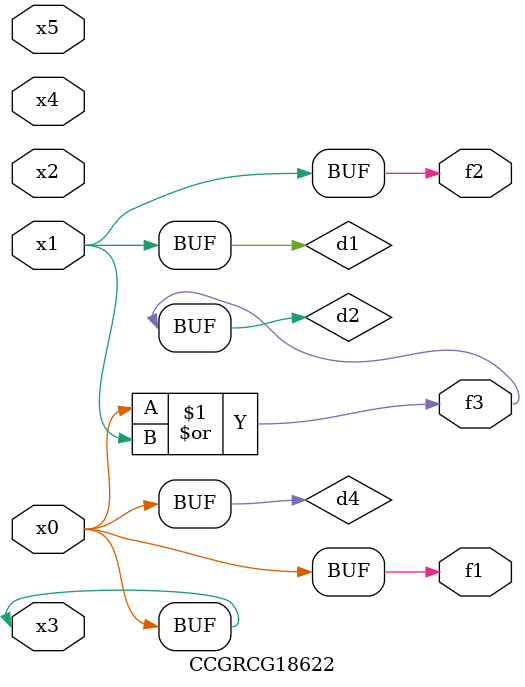
<source format=v>
module CCGRCG18622(
	input x0, x1, x2, x3, x4, x5,
	output f1, f2, f3
);

	wire d1, d2, d3, d4;

	and (d1, x1);
	or (d2, x0, x1);
	nand (d3, x0, x5);
	buf (d4, x0, x3);
	assign f1 = d4;
	assign f2 = d1;
	assign f3 = d2;
endmodule

</source>
